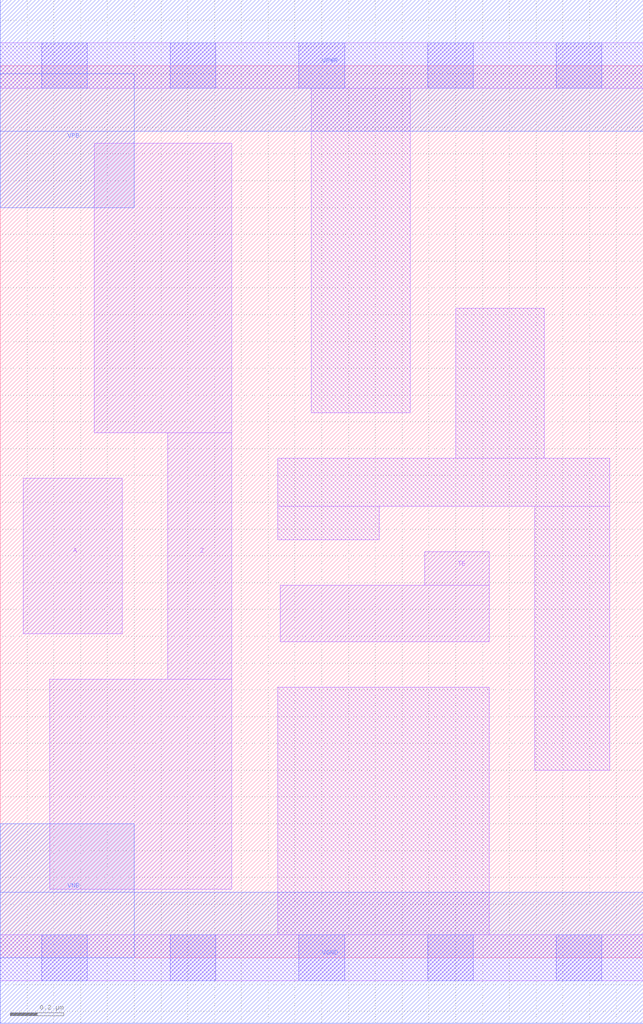
<source format=lef>
# Copyright 2020 The SkyWater PDK Authors
#
# Licensed under the Apache License, Version 2.0 (the "License");
# you may not use this file except in compliance with the License.
# You may obtain a copy of the License at
#
#     https://www.apache.org/licenses/LICENSE-2.0
#
# Unless required by applicable law or agreed to in writing, software
# distributed under the License is distributed on an "AS IS" BASIS,
# WITHOUT WARRANTIES OR CONDITIONS OF ANY KIND, either express or implied.
# See the License for the specific language governing permissions and
# limitations under the License.
#
# SPDX-License-Identifier: Apache-2.0

VERSION 5.5 ;
NAMESCASESENSITIVE ON ;
BUSBITCHARS "[]" ;
DIVIDERCHAR "/" ;
MACRO sky130_fd_sc_lp__einvp_1
  CLASS CORE ;
  SOURCE USER ;
  ORIGIN  0.000000  0.000000 ;
  SIZE  2.400000 BY  3.330000 ;
  SYMMETRY X Y R90 ;
  SITE unit ;
  PIN A
    ANTENNAGATEAREA  0.276000 ;
    DIRECTION INPUT ;
    USE SIGNAL ;
    PORT
      LAYER li1 ;
        RECT 0.085000 1.210000 0.455000 1.790000 ;
    END
  END A
  PIN TE
    ANTENNAGATEAREA  0.252000 ;
    DIRECTION INPUT ;
    USE SIGNAL ;
    PORT
      LAYER li1 ;
        RECT 1.045000 1.180000 1.825000 1.390000 ;
        RECT 1.585000 1.390000 1.825000 1.515000 ;
    END
  END TE
  PIN Z
    ANTENNADIFFAREA  0.507600 ;
    DIRECTION OUTPUT ;
    USE SIGNAL ;
    PORT
      LAYER li1 ;
        RECT 0.185000 0.255000 0.865000 1.040000 ;
        RECT 0.350000 1.960000 0.865000 3.040000 ;
        RECT 0.625000 1.040000 0.865000 1.960000 ;
    END
  END Z
  PIN VGND
    DIRECTION INOUT ;
    USE GROUND ;
    PORT
      LAYER met1 ;
        RECT 0.000000 -0.245000 2.400000 0.245000 ;
    END
  END VGND
  PIN VNB
    DIRECTION INOUT ;
    USE GROUND ;
    PORT
      LAYER met1 ;
        RECT 0.000000 0.000000 0.500000 0.500000 ;
    END
  END VNB
  PIN VPB
    DIRECTION INOUT ;
    USE POWER ;
    PORT
      LAYER met1 ;
        RECT 0.000000 2.800000 0.500000 3.300000 ;
    END
  END VPB
  PIN VPWR
    DIRECTION INOUT ;
    USE POWER ;
    PORT
      LAYER met1 ;
        RECT 0.000000 3.085000 2.400000 3.575000 ;
    END
  END VPWR
  OBS
    LAYER li1 ;
      RECT 0.000000 -0.085000 2.400000 0.085000 ;
      RECT 0.000000  3.245000 2.400000 3.415000 ;
      RECT 1.035000  0.085000 1.825000 1.010000 ;
      RECT 1.035000  1.560000 1.415000 1.685000 ;
      RECT 1.035000  1.685000 2.275000 1.865000 ;
      RECT 1.160000  2.035000 1.530000 3.245000 ;
      RECT 1.700000  1.865000 2.030000 2.425000 ;
      RECT 1.995000  0.700000 2.275000 1.685000 ;
    LAYER mcon ;
      RECT 0.155000 -0.085000 0.325000 0.085000 ;
      RECT 0.155000  3.245000 0.325000 3.415000 ;
      RECT 0.635000 -0.085000 0.805000 0.085000 ;
      RECT 0.635000  3.245000 0.805000 3.415000 ;
      RECT 1.115000 -0.085000 1.285000 0.085000 ;
      RECT 1.115000  3.245000 1.285000 3.415000 ;
      RECT 1.595000 -0.085000 1.765000 0.085000 ;
      RECT 1.595000  3.245000 1.765000 3.415000 ;
      RECT 2.075000 -0.085000 2.245000 0.085000 ;
      RECT 2.075000  3.245000 2.245000 3.415000 ;
  END
END sky130_fd_sc_lp__einvp_1
END LIBRARY

</source>
